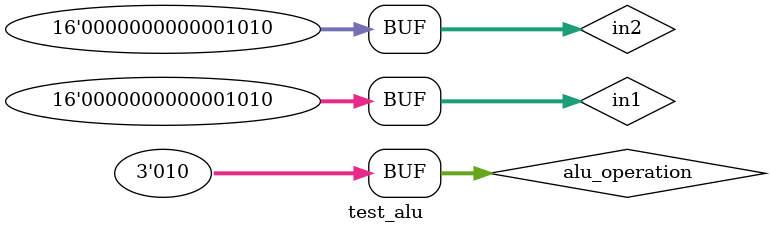
<source format=v>
`timescale 1ns/1ns
module test_alu();
  
reg [2:0] alu_operation ;
reg [15:0] in1 , in2 ;
wire [15:0] result;
wire zero_flag ;
  
  
alu c(alu_operation , in1 , in2 , result ,zero_flag);
  
  initial begin
    in1=16'd10;
    in2=16'd6;
    alu_operation = 3'b000;   //move  result=6
    #100 ;
    alu_operation = 3'b001 ;  //add  result = 16
    #100 ;
    alu_operation = 3'b010;  //sub  result = 4
    #100 ;
    alu_operation = 3'b011;  //and  result = ??
    #100 ;
    alu_operation = 3'b101 ;  //not  result = ??
    #100 ;
    alu_operation = 3'b110 ;  //nop result = 10
    #100 ;
    in2=16'd10 ;
    alu_operation = 3'b010 ;  //sub  result = 0   zero_flag=1
    #100 ;
  end
endmodule
  


</source>
